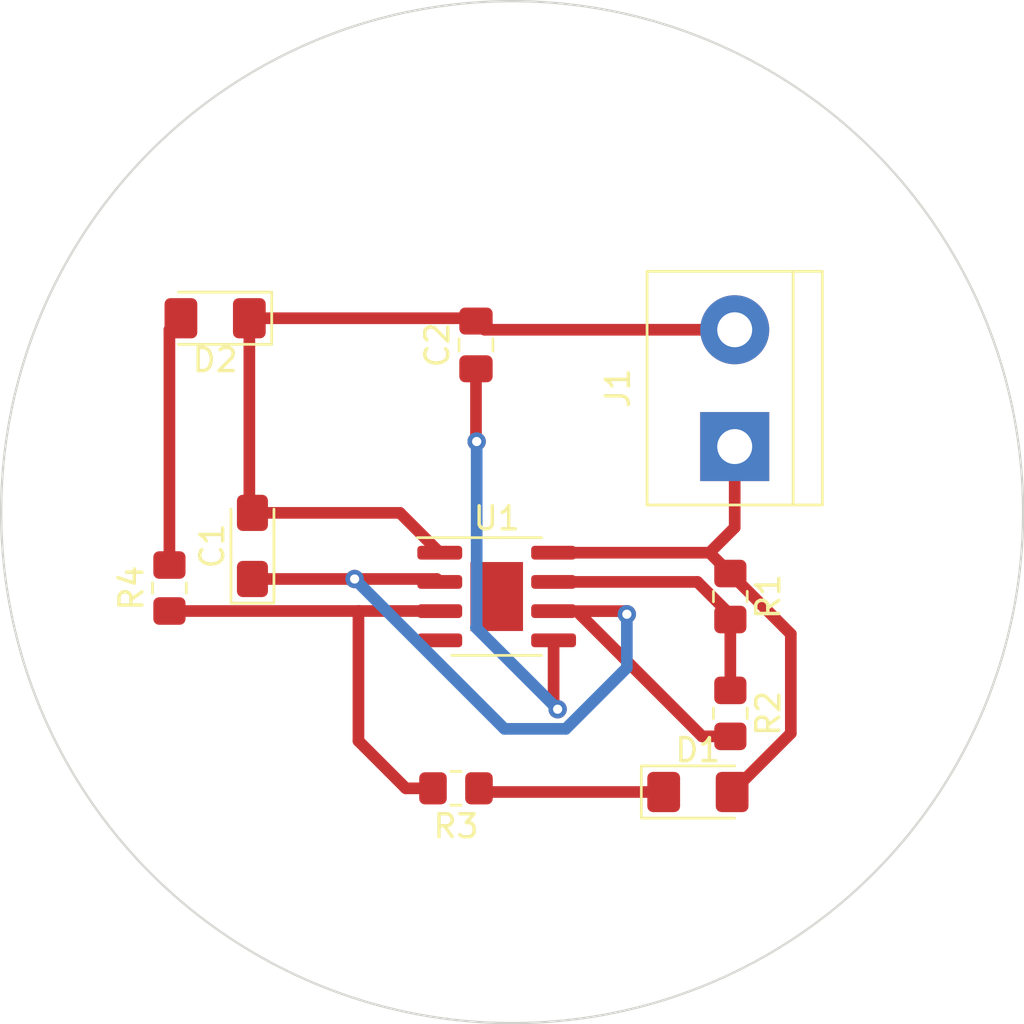
<source format=kicad_pcb>
(kicad_pcb (version 20211014) (generator pcbnew)
  (layers (0 "F.Cu" signal) (31 "B.Cu" signal) (34 "B.Paste" user) (35 "F.Paste" user) (36 "B.SilkS" user "B.Silkscreen") (37 "F.SilkS" user "F.Silkscreen") (38 "B.Mask" user) (39 "F.Mask" user) (44 "Edge.Cuts" user))
  (net 0 "")
  (net 1 "/pin_2")
  (net 2 "GND")
  (net 3 "Net-(C2-Pad1)")
  (net 4 "Net-(D1-Pad1)")
  (net 5 "+9V")
  (net 6 "Net-(D2-Pad2)")
  (net 7 "Net-(R1-Pad2)")
  (net 8 "/pin_3")
  (net 9 "/9V")
  (footprint "Resistor_SMD:R_0805_2012Metric_Pad1.20x1.40mm_HandSolder" (layer "F.Cu") (at 94.99 93.61 90)
    (fp_text reference "R4" (at 0 -1.65 90) (layer "F.SilkS"))
    (fp_text value "1k")
    (fp_line (start -0.227064 0.735) (end 0.227064 0.735) (layer "F.SilkS") (width 0.12))
    (fp_line (start -0.227064 -0.735) (end 0.227064 -0.735) (layer "F.SilkS") (width 0.12))
    (pad "1" smd roundrect (at -1 0 90) (size 1.2 1.4) (layers "F.Cu" "F.Paste" "F.Mask") (roundrect_rratio 0.208333) (net 8 "/pin_3"))
    (pad "2" smd roundrect (at 1 0 90) (size 1.2 1.4) (layers "F.Cu" "F.Paste" "F.Mask") (roundrect_rratio 0.208333) (net 6 "Net-(D2-Pad2)"))
  )
  (footprint "Capacitor_SMD:C_0805_2012Metric_Pad1.18x1.45mm_HandSolder" (layer "F.Cu") (at 108.32 83.04 90)
    (fp_text reference "C2" (at 0 -1.68 90) (layer "F.SilkS"))
    (fp_text value "0.01uF")
    (fp_line (start -0.261252 0.735) (end 0.261252 0.735) (layer "F.SilkS") (width 0.12))
    (fp_line (start -0.261252 -0.735) (end 0.261252 -0.735) (layer "F.SilkS") (width 0.12))
    (pad "1" smd roundrect (at -1.0375 0 90) (size 1.175 1.45) (layers "F.Cu" "F.Paste" "F.Mask") (roundrect_rratio 0.212766) (net 3 "Net-(C2-Pad1)"))
    (pad "2" smd roundrect (at 1.0375 0 90) (size 1.175 1.45) (layers "F.Cu" "F.Paste" "F.Mask") (roundrect_rratio 0.212766) (net 2 "GND"))
  )
  (footprint "Resistor_SMD:R_0805_2012Metric_Pad1.20x1.40mm_HandSolder" (layer "F.Cu") (at 119.38 93.98 -90)
    (fp_text reference "R1" (at 0 -1.65 90) (layer "F.SilkS"))
    (fp_text value "1k")
    (fp_line (start -0.227064 -0.735) (end 0.227064 -0.735) (layer "F.SilkS") (width 0.12))
    (fp_line (start -0.227064 0.735) (end 0.227064 0.735) (layer "F.SilkS") (width 0.12))
    (pad "1" smd roundrect (at -1 0 270) (size 1.2 1.4) (layers "F.Cu" "F.Paste" "F.Mask") (roundrect_rratio 0.208333) (net 5 "+9V"))
    (pad "2" smd roundrect (at 1 0 270) (size 1.2 1.4) (layers "F.Cu" "F.Paste" "F.Mask") (roundrect_rratio 0.208333) (net 7 "Net-(R1-Pad2)"))
  )
  (footprint "Package_SO:SOIC-8-1EP_3.9x4.9mm_P1.27mm_EP2.29x3mm" (layer "F.Cu") (at 109.22 93.98)
    (fp_text reference "U1" (at 0 -3.4) (layer "F.SilkS"))
    (fp_text value "NE555D")
    (fp_line (start 0 2.56) (end -1.95 2.56) (layer "F.SilkS") (width 0.12))
    (fp_line (start 0 -2.56) (end -3.45 -2.56) (layer "F.SilkS") (width 0.12))
    (fp_line (start 0 2.56) (end 1.95 2.56) (layer "F.SilkS") (width 0.12))
    (fp_line (start 0 -2.56) (end 1.95 -2.56) (layer "F.SilkS") (width 0.12))
    (pad "1" smd roundrect (at -2.475 -1.905) (size 1.95 0.6) (layers "F.Cu" "F.Paste" "F.Mask") (net 2 "GND"))
    (pad "2" smd roundrect (at -2.475 -0.635) (size 1.95 0.6) (layers "F.Cu" "F.Paste" "F.Mask") (net 1 "/pin_2"))
    (pad "3" smd roundrect (at -2.475 0.635) (size 1.95 0.6) (layers "F.Cu" "F.Paste" "F.Mask") (net 8 "/pin_3"))
    (pad "4" smd roundrect (at -2.475 1.905) (size 1.95 0.6) (layers "F.Cu" "F.Paste" "F.Mask") (net 9 "/9V"))
    (pad "5" smd roundrect (at 2.475 1.905) (size 1.95 0.6) (layers "F.Cu" "F.Paste" "F.Mask") (net 3 "Net-(C2-Pad1)"))
    (pad "6" smd roundrect (at 2.475 0.635) (size 1.95 0.6) (layers "F.Cu" "F.Paste" "F.Mask") (net 1 "/pin_2"))
    (pad "7" smd roundrect (at 2.475 -0.635) (size 1.95 0.6) (layers "F.Cu" "F.Paste" "F.Mask") (net 7 "Net-(R1-Pad2)"))
    (pad "8" smd roundrect (at 2.475 -1.905) (size 1.95 0.6) (layers "F.Cu" "F.Paste" "F.Mask") (net 5 "+9V"))
    (pad "9" smd rect (at 0 0) (size 2.29 3) (layers "F.Cu" "F.Mask"))
  )
  (footprint "LED_SMD:LED_1206_3216Metric_Pad1.42x1.75mm_HandSolder" (layer "F.Cu") (at 117.97 102.48)
    (fp_text reference "D1" (at 0 -1.82) (layer "F.SilkS"))
    (fp_text value "LED")
    (fp_line (start -2.46 -1.135) (end -2.46 1.135) (layer "F.SilkS") (width 0.12))
    (fp_line (start -2.46 1.135) (end 1.6 1.135) (layer "F.SilkS") (width 0.12))
    (fp_line (start 1.6 -1.135) (end -2.46 -1.135) (layer "F.SilkS") (width 0.12))
    (pad "1" smd roundrect (at -1.4875 0) (size 1.425 1.75) (layers "F.Cu" "F.Paste" "F.Mask") (roundrect_rratio 0.175439) (net 4 "Net-(D1-Pad1)"))
    (pad "2" smd roundrect (at 1.4875 0) (size 1.425 1.75) (layers "F.Cu" "F.Paste" "F.Mask") (roundrect_rratio 0.175439) (net 5 "+9V"))
  )
  (footprint "LED_SMD:LED_1206_3216Metric_Pad1.42x1.75mm_HandSolder" (layer "F.Cu") (at 96.9775 81.88 180)
    (fp_text reference "D2" (at 0 -1.82) (layer "F.SilkS"))
    (fp_text value "LED")
    (fp_line (start -2.46 1.135) (end 1.6 1.135) (layer "F.SilkS") (width 0.12))
    (fp_line (start 1.6 -1.135) (end -2.46 -1.135) (layer "F.SilkS") (width 0.12))
    (fp_line (start -2.46 -1.135) (end -2.46 1.135) (layer "F.SilkS") (width 0.12))
    (pad "1" smd roundrect (at -1.4875 0 180) (size 1.425 1.75) (layers "F.Cu" "F.Paste" "F.Mask") (roundrect_rratio 0.175439) (net 2 "GND"))
    (pad "2" smd roundrect (at 1.4875 0 180) (size 1.425 1.75) (layers "F.Cu" "F.Paste" "F.Mask") (roundrect_rratio 0.175439) (net 6 "Net-(D2-Pad2)"))
  )
  (footprint "Resistor_SMD:R_0805_2012Metric_Pad1.20x1.40mm_HandSolder" (layer "F.Cu") (at 107.45 102.32 180)
    (fp_text reference "R3" (at 0 -1.65) (layer "F.SilkS"))
    (fp_text value "1k")
    (fp_line (start -0.227064 -0.735) (end 0.227064 -0.735) (layer "F.SilkS") (width 0.12))
    (fp_line (start -0.227064 0.735) (end 0.227064 0.735) (layer "F.SilkS") (width 0.12))
    (pad "1" smd roundrect (at -1 0 180) (size 1.2 1.4) (layers "F.Cu" "F.Paste" "F.Mask") (roundrect_rratio 0.208333) (net 4 "Net-(D1-Pad1)"))
    (pad "2" smd roundrect (at 1 0 180) (size 1.2 1.4) (layers "F.Cu" "F.Paste" "F.Mask") (roundrect_rratio 0.208333) (net 8 "/pin_3"))
  )
  (footprint "Resistor_SMD:R_0805_2012Metric_Pad1.20x1.40mm_HandSolder" (layer "F.Cu") (at 119.38 99.06 -90)
    (fp_text reference "R2" (at 0 -1.65 90) (layer "F.SilkS"))
    (fp_text value "10k")
    (fp_line (start -0.227064 0.735) (end 0.227064 0.735) (layer "F.SilkS") (width 0.12))
    (fp_line (start -0.227064 -0.735) (end 0.227064 -0.735) (layer "F.SilkS") (width 0.12))
    (pad "1" smd roundrect (at -1 0 270) (size 1.2 1.4) (layers "F.Cu" "F.Paste" "F.Mask") (roundrect_rratio 0.208333) (net 7 "Net-(R1-Pad2)"))
    (pad "2" smd roundrect (at 1 0 270) (size 1.2 1.4) (layers "F.Cu" "F.Paste" "F.Mask") (roundrect_rratio 0.208333) (net 1 "/pin_2"))
  )
  (footprint "TerminalBlock:TerminalBlock_bornier-2_P5.08mm" (layer "F.Cu") (at 119.57 87.46 90)
    (fp_text reference "J1" (at 2.54 -5.08 90) (layer "F.SilkS"))
    (fp_text value "Conn_01x02_Male")
    (fp_line (start 7.62 3.81) (end 7.62 -3.81) (layer "F.SilkS") (width 0.12))
    (fp_line (start 7.62 -3.81) (end -2.54 -3.81) (layer "F.SilkS") (width 0.12))
    (fp_line (start -2.54 3.81) (end 7.62 3.81) (layer "F.SilkS") (width 0.12))
    (fp_line (start 7.62 2.54) (end -2.54 2.54) (layer "F.SilkS") (width 0.12))
    (fp_line (start -2.54 -3.81) (end -2.54 3.81) (layer "F.SilkS") (width 0.12))
    (pad "1" thru_hole rect (at 0 0 90) (size 3 3) (drill 1.52) (layers *.Cu *.Mask) (net 5 "+9V"))
    (pad "2" thru_hole circle (at 5.08 0 90) (size 3 3) (drill 1.52) (layers *.Cu *.Mask) (net 2 "GND"))
  )
  (footprint "Capacitor_Tantalum_SMD:CP_EIA-3216-18_Kemet-A_Pad1.58x1.35mm_HandSolder" (layer "F.Cu") (at 98.6 91.78 90)
    (fp_text reference "C1" (at 0 -1.75 90) (layer "F.SilkS"))
    (fp_text value "10uF")
    (fp_line (start -2.485 0.935) (end 1.6 0.935) (layer "F.SilkS") (width 0.12))
    (fp_line (start -2.485 -0.935) (end -2.485 0.935) (layer "F.SilkS") (width 0.12))
    (fp_line (start 1.6 -0.935) (end -2.485 -0.935) (layer "F.SilkS") (width 0.12))
    (pad "1" smd roundrect (at -1.4375 0 90) (size 1.575 1.35) (layers "F.Cu" "F.Paste" "F.Mask") (roundrect_rratio 0.185185) (net 1 "/pin_2"))
    (pad "2" smd roundrect (at 1.4375 0 90) (size 1.575 1.35) (layers "F.Cu" "F.Paste" "F.Mask") (roundrect_rratio 0.185185) (net 2 "GND"))
  )
  (gr_circle (center 109.891501 90.31) (end 129.890484 80.63) (layer "Edge.Cuts") (width 0.1) (fill none))
  (segment (start 119.38 100.06) (end 118.15 100.06) (width 0.508) (layer "F.Cu") (net 1))
  (segment (start 118.15 100.06) (end 112.83 94.74) (width 0.508) (layer "F.Cu") (net 1))
  (segment (start 98.6 93.2175) (end 103.0425 93.2175) (width 0.508) (layer "F.Cu") (net 1))
  (segment (start 111.695 94.615) (end 114.745 94.615) (width 0.508) (layer "F.Cu") (net 1))
  (segment (start 103.0425 93.2175) (end 106.6175 93.2175) (width 0.508) (layer "F.Cu") (net 1))
  (segment (start 114.745 94.615) (end 114.88 94.75) (width 0.508) (layer "F.Cu") (net 1))
  (segment (start 106.6175 93.2175) (end 106.745 93.345) (width 0.508) (layer "F.Cu") (net 1))
  (via (at 114.88 94.75) (size 0.8) (drill 0.4) (layers "F.Cu" "B.Cu") (net 1))
  (via (at 103.0425 93.2175) (size 0.8) (drill 0.4) (layers "F.Cu" "B.Cu") (net 1))
  (segment (start 112.223739 99.734) (end 114.88 97.077739) (width 0.508) (layer "B.Cu") (net 1))
  (segment (start 103.0425 93.2175) (end 109.559 99.734) (width 0.508) (layer "B.Cu") (net 1))
  (segment (start 109.559 99.734) (end 112.223739 99.734) (width 0.508) (layer "B.Cu") (net 1))
  (segment (start 114.88 97.077739) (end 114.88 94.75) (width 0.508) (layer "B.Cu") (net 1))
  (segment (start 108.1975 81.88) (end 108.32 82.0025) (width 0.508) (layer "F.Cu") (net 2))
  (segment (start 98.6 90.3425) (end 105.0125 90.3425) (width 0.508) (layer "F.Cu") (net 2))
  (segment (start 108.6975 82.38) (end 108.32 82.0025) (width 0.508) (layer "F.Cu") (net 2))
  (segment (start 98.465 81.88) (end 98.465 90.2075) (width 0.508) (layer "F.Cu") (net 2))
  (segment (start 98.465 90.2075) (end 98.6 90.3425) (width 0.508) (layer "F.Cu") (net 2))
  (segment (start 119.57 82.38) (end 108.6975 82.38) (width 0.508) (layer "F.Cu") (net 2))
  (segment (start 105.0125 90.3425) (end 106.745 92.075) (width 0.508) (layer "F.Cu") (net 2))
  (segment (start 98.465 81.88) (end 108.1975 81.88) (width 0.508) (layer "F.Cu") (net 2))
  (segment (start 108.32 87.21) (end 108.32 84.0775) (width 0.508) (layer "F.Cu") (net 3))
  (segment (start 111.695 98.705) (end 111.87 98.88) (width 0.508) (layer "F.Cu") (net 3))
  (segment (start 111.695 95.885) (end 111.695 98.705) (width 0.508) (layer "F.Cu") (net 3))
  (segment (start 108.35 87.24) (end 108.32 87.21) (width 0.508) (layer "F.Cu") (net 3))
  (via (at 111.87 98.88) (size 0.8) (drill 0.4) (layers "F.Cu" "B.Cu") (net 3))
  (via (at 108.35 87.24) (size 0.8) (drill 0.4) (layers "F.Cu" "B.Cu") (net 3))
  (segment (start 108.32 95.33) (end 111.87 98.88) (width 0.508) (layer "B.Cu") (net 3))
  (segment (start 108.35 87.24) (end 108.35 95.3) (width 0.508) (layer "B.Cu") (net 3))
  (segment (start 108.35 95.3) (end 108.32 95.33) (width 0.508) (layer "B.Cu") (net 3))
  (segment (start 108.61 102.48) (end 108.45 102.32) (width 0.508) (layer "F.Cu") (net 4))
  (segment (start 116.4825 102.48) (end 108.61 102.48) (width 0.508) (layer "F.Cu") (net 4))
  (segment (start 119.57 90.98) (end 118.475 92.075) (width 0.508) (layer "F.Cu") (net 5))
  (segment (start 118.475 92.075) (end 111.695 92.075) (width 0.508) (layer "F.Cu") (net 5))
  (segment (start 122.01 95.61) (end 119.38 92.98) (width 0.508) (layer "F.Cu") (net 5))
  (segment (start 119.4575 102.48) (end 122.01 99.9275) (width 0.508) (layer "F.Cu") (net 5))
  (segment (start 119.57 87.46) (end 119.57 90.98) (width 0.508) (layer "F.Cu") (net 5))
  (segment (start 119.38 92.98) (end 118.475 92.075) (width 0.508) (layer "F.Cu") (net 5))
  (segment (start 122.01 99.9275) (end 122.01 95.61) (width 0.508) (layer "F.Cu") (net 5))
  (segment (start 94.99 82.38) (end 95.49 81.88) (width 0.508) (layer "F.Cu") (net 6))
  (segment (start 94.99 92.61) (end 94.99 82.38) (width 0.508) (layer "F.Cu") (net 6))
  (segment (start 111.695 93.345) (end 117.949394 93.345) (width 0.508) (layer "F.Cu") (net 7))
  (segment (start 119.38 98.06) (end 119.38 94.98) (width 0.508) (layer "F.Cu") (net 7))
  (segment (start 117.949394 93.345) (end 119.38 94.775606) (width 0.508) (layer "F.Cu") (net 7))
  (segment (start 119.38 94.775606) (end 119.38 94.98) (width 0.508) (layer "F.Cu") (net 7))
  (segment (start 94.99 94.61) (end 103.21 94.61) (width 0.508) (layer "F.Cu") (net 8))
  (segment (start 103.21 94.61) (end 106.74 94.61) (width 0.508) (layer "F.Cu") (net 8))
  (segment (start 103.21 100.26) (end 103.21 94.61) (width 0.508) (layer "F.Cu") (net 8))
  (segment (start 105.27 102.32) (end 103.21 100.26) (width 0.508) (layer "F.Cu") (net 8))
  (segment (start 106.45 102.32) (end 105.27 102.32) (width 0.508) (layer "F.Cu") (net 8))
  (segment (start 106.74 94.61) (end 106.745 94.615) (width 0.508) (layer "F.Cu") (net 8))
)
</source>
